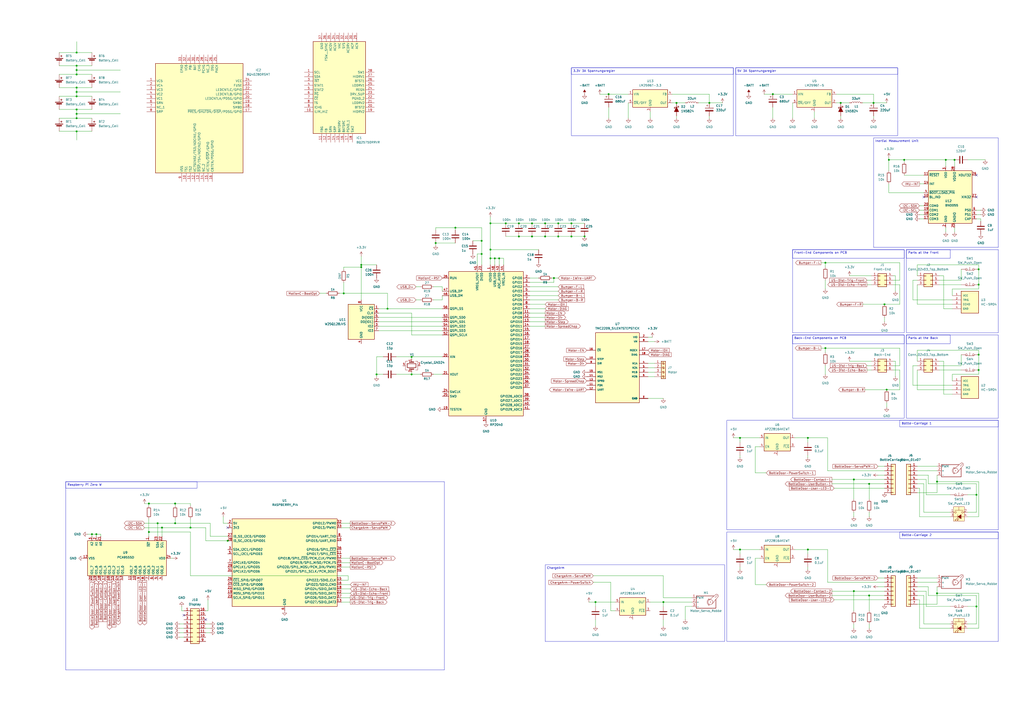
<source format=kicad_sch>
(kicad_sch
	(version 20231120)
	(generator "eeschema")
	(generator_version "8.0")
	(uuid "10e9ed1f-81fe-4a04-a219-cef72219a4ee")
	(paper "A2")
	
	(junction
		(at 429.26 318.77)
		(diameter 0)
		(color 0 0 0 0)
		(uuid "03268f60-248c-430f-9a48-def6cb6c976e")
	)
	(junction
		(at 321.31 161.29)
		(diameter 0)
		(color 0 0 0 0)
		(uuid "04234bed-4ba9-40ef-ac16-7d8ec800186b")
	)
	(junction
		(at 353.06 54.61)
		(diameter 0)
		(color 0 0 0 0)
		(uuid "06870aa4-4c9b-477d-9f05-4ca4de8f6a4d")
	)
	(junction
		(at 44.45 50.8)
		(diameter 0)
		(color 0 0 0 0)
		(uuid "083aae67-81c3-4ec2-bf4a-336ec22f72e9")
	)
	(junction
		(at 567.69 156.21)
		(diameter 0)
		(color 0 0 0 0)
		(uuid "0a9bdb1e-9b3a-41f4-835f-eeec191ae320")
	)
	(junction
		(at 514.35 226.06)
		(diameter 0)
		(color 0 0 0 0)
		(uuid "1164d9f6-d69f-4765-bfe4-5ec41bb5ffc7")
	)
	(junction
		(at 209.55 153.67)
		(diameter 0)
		(color 0 0 0 0)
		(uuid "21be0d6d-08dd-4c6b-8dde-b3409b7daccd")
	)
	(junction
		(at 264.16 132.08)
		(diameter 0)
		(color 0 0 0 0)
		(uuid "22a4d2dd-f848-4193-8541-955420f6e17d")
	)
	(junction
		(at 44.45 68.58)
		(diameter 0)
		(color 0 0 0 0)
		(uuid "2421b6f1-9351-4b09-9d81-3293799c07ca")
	)
	(junction
		(at 543.56 279.4)
		(diameter 0)
		(color 0 0 0 0)
		(uuid "25fc08dd-dbcb-4986-8d99-a9d615e74609")
	)
	(junction
		(at 44.45 30.48)
		(diameter 0)
		(color 0 0 0 0)
		(uuid "265fbd34-c236-4afc-b472-ab5f7b1865f2")
	)
	(junction
		(at 86.36 308.61)
		(diameter 0)
		(color 0 0 0 0)
		(uuid "277e0764-7927-4216-849d-6bc3b8e09a44")
	)
	(junction
		(at 316.23 137.16)
		(diameter 0)
		(color 0 0 0 0)
		(uuid "29426718-41a1-4fab-a69c-de55200420f5")
	)
	(junction
		(at 44.45 43.18)
		(diameter 0)
		(color 0 0 0 0)
		(uuid "29b5096b-a417-4d8d-8959-38c8fd1009d5")
	)
	(junction
		(at 252.73 140.97)
		(diameter 0)
		(color 0 0 0 0)
		(uuid "2d0abeda-aac0-4388-a19d-3bc6f581aa05")
	)
	(junction
		(at 44.45 76.2)
		(diameter 0)
		(color 0 0 0 0)
		(uuid "2d1447b9-e1f8-416e-9e68-2f3a93be7887")
	)
	(junction
		(at 289.56 149.86)
		(diameter 0)
		(color 0 0 0 0)
		(uuid "2e7fad9a-09d7-4161-afc3-42855f89e07f")
	)
	(junction
		(at 323.85 137.16)
		(diameter 0)
		(color 0 0 0 0)
		(uuid "2fdf82e2-3891-4bd7-be3f-e7514a4bef5c")
	)
	(junction
		(at 300.99 137.16)
		(diameter 0)
		(color 0 0 0 0)
		(uuid "39a70374-4daf-4db7-bf38-bf4c46ca5dc6")
	)
	(junction
		(at 300.99 129.54)
		(diameter 0)
		(color 0 0 0 0)
		(uuid "3c018187-1d9c-4d03-8c02-29d04cab6f36")
	)
	(junction
		(at 110.49 306.07)
		(diameter 0)
		(color 0 0 0 0)
		(uuid "3ee83e4e-3370-4ed8-bcc6-114de62898d7")
	)
	(junction
		(at 323.85 129.54)
		(diameter 0)
		(color 0 0 0 0)
		(uuid "451af065-1b1a-4969-88c6-18b12c3eaf4b")
	)
	(junction
		(at 513.08 176.53)
		(diameter 0)
		(color 0 0 0 0)
		(uuid "46e71d5b-0486-4156-82c5-6cd1b8ff00c5")
	)
	(junction
		(at 293.37 129.54)
		(diameter 0)
		(color 0 0 0 0)
		(uuid "470f61d3-5f15-44b3-9be8-d7ad98c6cb59")
	)
	(junction
		(at 199.39 170.18)
		(diameter 0)
		(color 0 0 0 0)
		(uuid "4f324c9b-e82a-4655-af45-70ad70b76b07")
	)
	(junction
		(at 101.6 292.1)
		(diameter 0)
		(color 0 0 0 0)
		(uuid "4fafc432-26d7-4c70-844e-cbe5d393e13c")
	)
	(junction
		(at 506.73 59.69)
		(diameter 0)
		(color 0 0 0 0)
		(uuid "55e24700-a976-46b6-9a5e-322947c19269")
	)
	(junction
		(at 504.19 345.44)
		(diameter 0)
		(color 0 0 0 0)
		(uuid "57161dd7-66d7-4a82-9a79-eaa5c269842f")
	)
	(junction
		(at 567.69 214.63)
		(diameter 0)
		(color 0 0 0 0)
		(uuid "594cf67e-7a44-4414-8f11-a3da63be89bc")
	)
	(junction
		(at 548.64 92.71)
		(diameter 0)
		(color 0 0 0 0)
		(uuid "5eef07a4-476c-4d20-ab85-4e2f6966be7d")
	)
	(junction
		(at 224.79 179.07)
		(diameter 0)
		(color 0 0 0 0)
		(uuid "61fd68eb-8bbb-4d83-9798-6e54ba31de17")
	)
	(junction
		(at 567.69 205.74)
		(diameter 0)
		(color 0 0 0 0)
		(uuid "6a3dc16e-cbd1-4799-aa60-2efd10351d35")
	)
	(junction
		(at 284.48 149.86)
		(diameter 0)
		(color 0 0 0 0)
		(uuid "6d65149c-99e1-48b1-afd4-3fc0a4e61402")
	)
	(junction
		(at 44.45 66.04)
		(diameter 0)
		(color 0 0 0 0)
		(uuid "6f780dc5-431b-4107-8aa6-7a7b80f485db")
	)
	(junction
		(at 101.6 303.53)
		(diameter 0)
		(color 0 0 0 0)
		(uuid "7008afad-ebe6-4b0c-994b-1ffb34cb38c0")
	)
	(junction
		(at 495.3 278.13)
		(diameter 0)
		(color 0 0 0 0)
		(uuid "75888cbd-2c9c-44cc-a124-d721d5a43a54")
	)
	(junction
		(at 238.76 217.17)
		(diameter 0)
		(color 0 0 0 0)
		(uuid "75b73604-a04b-4e5e-8f2b-d7112a354c76")
	)
	(junction
		(at 44.45 40.64)
		(diameter 0)
		(color 0 0 0 0)
		(uuid "7b5e014f-6d02-49ab-956c-429ce09c3d2b")
	)
	(junction
		(at 566.42 351.79)
		(diameter 0)
		(color 0 0 0 0)
		(uuid "7cb410a2-cd21-4a99-a0fc-9cfba2c05cfa")
	)
	(junction
		(at 331.47 129.54)
		(diameter 0)
		(color 0 0 0 0)
		(uuid "7dc31fcc-7a3f-43f9-9177-cd22c32ac711")
	)
	(junction
		(at 543.56 344.17)
		(diameter 0)
		(color 0 0 0 0)
		(uuid "80f79bba-cc7f-4b8e-9517-8f247a51f6a4")
	)
	(junction
		(at 284.48 144.78)
		(diameter 0)
		(color 0 0 0 0)
		(uuid "84d0a7d8-7dd4-4f12-bcc9-40014992f2ac")
	)
	(junction
		(at 504.19 280.67)
		(diameter 0)
		(color 0 0 0 0)
		(uuid "8521d5a2-40ba-4a5d-a5c4-2e6ef9471c28")
	)
	(junction
		(at 44.45 53.34)
		(diameter 0)
		(color 0 0 0 0)
		(uuid "87f4a9f5-047d-4055-84ef-ce082379ddb6")
	)
	(junction
		(at 478.79 201.93)
		(diameter 0)
		(color 0 0 0 0)
		(uuid "88a18d9a-46e4-498d-9d39-2906a2038335")
	)
	(junction
		(at 284.48 129.54)
		(diameter 0)
		(color 0 0 0 0)
		(uuid "8c8781ed-ac6a-4428-9845-847cdc5f6708")
	)
	(junction
		(at 308.61 137.16)
		(diameter 0)
		(color 0 0 0 0)
		(uuid "90d555f8-82ed-4e5b-9fde-9f2563ca9a84")
	)
	(junction
		(at 345.44 349.25)
		(diameter 0)
		(color 0 0 0 0)
		(uuid "9339e47f-85f5-408a-b36c-b27fd8430462")
	)
	(junction
		(at 339.09 137.16)
		(diameter 0)
		(color 0 0 0 0)
		(uuid "9471eeb1-2a59-42c9-9805-be6e33dda6f7")
	)
	(junction
		(at 495.3 342.9)
		(diameter 0)
		(color 0 0 0 0)
		(uuid "95c38d03-b4bc-4d18-b7ec-e184e5f2b0d1")
	)
	(junction
		(at 515.62 92.71)
		(diameter 0)
		(color 0 0 0 0)
		(uuid "99315baa-d1fc-4dc4-bcfc-637bd899f1ef")
	)
	(junction
		(at 487.68 59.69)
		(diameter 0)
		(color 0 0 0 0)
		(uuid "99af6a2b-938f-4a05-a868-2edc7d4b2aed")
	)
	(junction
		(at 93.98 306.07)
		(diameter 0)
		(color 0 0 0 0)
		(uuid "9a382fe7-2567-41bd-b706-8a429acfe147")
	)
	(junction
		(at 331.47 137.16)
		(diameter 0)
		(color 0 0 0 0)
		(uuid "9c8a7697-ebc2-4d23-9b1c-948f5bccfdc2")
	)
	(junction
		(at 44.45 55.88)
		(diameter 0)
		(color 0 0 0 0)
		(uuid "a042a7b2-81e2-4dbc-9fc4-79a7c6613bb5")
	)
	(junction
		(at 279.4 147.32)
		(diameter 0)
		(color 0 0 0 0)
		(uuid "a0da04da-7b55-4416-b220-aaaa0dffdfe3")
	)
	(junction
		(at 218.44 217.17)
		(diameter 0)
		(color 0 0 0 0)
		(uuid "a3540f26-1336-4e81-a8eb-434080559b46")
	)
	(junction
		(at 132.08 313.69)
		(diameter 0)
		(color 0 0 0 0)
		(uuid "a8b3ec47-a9a9-4ba1-b749-6c31898f83b9")
	)
	(junction
		(at 287.02 149.86)
		(diameter 0)
		(color 0 0 0 0)
		(uuid "a9ae8d97-5143-4d48-8437-3701e9202cc1")
	)
	(junction
		(at 566.42 287.02)
		(diameter 0)
		(color 0 0 0 0)
		(uuid "b783d9c8-d090-495a-83a1-e580f2c25178")
	)
	(junction
		(at 468.63 318.77)
		(diameter 0)
		(color 0 0 0 0)
		(uuid "bbc22500-7889-4288-be0d-cfd80288ac5c")
	)
	(junction
		(at 384.81 349.25)
		(diameter 0)
		(color 0 0 0 0)
		(uuid "bc4e959e-e2ad-4122-b784-10f1fe12ed65")
	)
	(junction
		(at 86.36 292.1)
		(diameter 0)
		(color 0 0 0 0)
		(uuid "c5a02223-bddc-4462-98b4-b63f3acdf809")
	)
	(junction
		(at 392.43 59.69)
		(diameter 0)
		(color 0 0 0 0)
		(uuid "c799042d-ae88-43cc-a271-0df941a8f484")
	)
	(junction
		(at 553.72 92.71)
		(diameter 0)
		(color 0 0 0 0)
		(uuid "c85e723b-7570-4cf5-84ad-b61532129048")
	)
	(junction
		(at 91.44 303.53)
		(diameter 0)
		(color 0 0 0 0)
		(uuid "c9829d1e-e068-4d7b-979c-0567ec83b092")
	)
	(junction
		(at 238.76 207.01)
		(diameter 0)
		(color 0 0 0 0)
		(uuid "cde65cd6-c066-46d8-a2f4-f11966f8d9bc")
	)
	(junction
		(at 209.55 154.94)
		(diameter 0)
		(color 0 0 0 0)
		(uuid "cf515f11-e932-4ebb-a615-a2f4c79f2c55")
	)
	(junction
		(at 44.45 38.1)
		(diameter 0)
		(color 0 0 0 0)
		(uuid "d460fc4e-116b-461c-9aad-963e945b1fdb")
	)
	(junction
		(at 53.34 309.88)
		(diameter 0)
		(color 0 0 0 0)
		(uuid "d7cc7e0e-4b77-4814-a0d4-6785824da040")
	)
	(junction
		(at 478.79 152.4)
		(diameter 0)
		(color 0 0 0 0)
		(uuid "dc30a080-afb7-48a1-9348-3fa78b8193e0")
	)
	(junction
		(at 316.23 129.54)
		(diameter 0)
		(color 0 0 0 0)
		(uuid "e1775e11-9fe6-4463-8146-18d8ced08735")
	)
	(junction
		(at 279.4 139.7)
		(diameter 0)
		(color 0 0 0 0)
		(uuid "e18add9c-c3d0-41a9-8ecf-c6c33a8a8953")
	)
	(junction
		(at 429.26 254)
		(diameter 0)
		(color 0 0 0 0)
		(uuid "e643f0fc-a1a1-4012-a5b0-69948705cd8f")
	)
	(junction
		(at 308.61 129.54)
		(diameter 0)
		(color 0 0 0 0)
		(uuid "ebd25529-48dc-4d3c-995a-0a53a2b21d6f")
	)
	(junction
		(at 468.63 254)
		(diameter 0)
		(color 0 0 0 0)
		(uuid "efd94e32-e0ba-4970-b1bf-8fd3aa6a1536")
	)
	(junction
		(at 524.51 92.71)
		(diameter 0)
		(color 0 0 0 0)
		(uuid "f1ea72bd-ddab-4c9c-bc3e-94b9ac135f23")
	)
	(junction
		(at 55.88 309.88)
		(diameter 0)
		(color 0 0 0 0)
		(uuid "f2ce2bf7-3045-45bb-b7fc-f2ad386e880f")
	)
	(junction
		(at 567.69 165.1)
		(diameter 0)
		(color 0 0 0 0)
		(uuid "f809335f-7b79-4149-8b15-3c5482826fa5")
	)
	(junction
		(at 448.31 54.61)
		(diameter 0)
		(color 0 0 0 0)
		(uuid "f91e5096-4f67-48ae-a66f-f4215968b35a")
	)
	(junction
		(at 44.45 63.5)
		(diameter 0)
		(color 0 0 0 0)
		(uuid "fe282bc1-f285-4dcb-aaf1-eb1ddb5ceb2f")
	)
	(junction
		(at 411.48 59.69)
		(diameter 0)
		(color 0 0 0 0)
		(uuid "fedb9ee5-9f24-4d12-a2db-5fd24ffa6199")
	)
	(no_connect
		(at 535.94 114.3)
		(uuid "0dbbdef1-cd64-4ae0-a69d-69f0c468be48")
	)
	(no_connect
		(at 566.42 101.6)
		(uuid "384be073-ba93-4b1b-904d-552e784c8b00")
	)
	(no_connect
		(at 132.08 306.07)
		(uuid "47a92e0d-52a0-4f2c-8d09-ee9bd39c40b1")
	)
	(no_connect
		(at 119.38 359.41)
		(uuid "4b40c3af-bf17-4bab-9bb5-2510a50a4ec9")
	)
	(no_connect
		(at 106.68 356.87)
		(uuid "7bd2e65b-56d9-420c-a018-2a5d5a02554e")
	)
	(no_connect
		(at 566.42 114.3)
		(uuid "dbf644f0-5284-44a5-8de9-ca76d961beec")
	)
	(wire
		(pts
			(xy 238.76 217.17) (xy 238.76 215.9)
		)
		(stroke
			(width 0)
			(type default)
		)
		(uuid "001dffd7-7641-4fd9-a9d3-c65c327bb6e0")
	)
	(wire
		(pts
			(xy 567.69 203.2) (xy 532.13 203.2)
		)
		(stroke
			(width 0)
			(type default)
		)
		(uuid "010455f5-cb6a-4251-87f5-60e736b25ecb")
	)
	(wire
		(pts
			(xy 83.82 303.53) (xy 91.44 303.53)
		)
		(stroke
			(width 0)
			(type default)
		)
		(uuid "020e7bd2-975d-483f-8535-d66b8332c03a")
	)
	(wire
		(pts
			(xy 203.2 306.07) (xy 198.12 306.07)
		)
		(stroke
			(width 0)
			(type default)
		)
		(uuid "021dd310-9842-412f-b9a6-439ebfee9b07")
	)
	(wire
		(pts
			(xy 521.97 214.63) (xy 518.16 214.63)
		)
		(stroke
			(width 0)
			(type default)
		)
		(uuid "02694717-9285-40e8-852d-4a4b6d6acde5")
	)
	(wire
		(pts
			(xy 500.38 176.53) (xy 513.08 176.53)
		)
		(stroke
			(width 0)
			(type default)
		)
		(uuid "026df141-edee-4563-b366-9389b7745b89")
	)
	(wire
		(pts
			(xy 379.73 213.36) (xy 375.92 213.36)
		)
		(stroke
			(width 0)
			(type default)
		)
		(uuid "02b7188a-3b50-4bb1-b815-4dd64aeb1ff5")
	)
	(wire
		(pts
			(xy 504.19 354.33) (xy 504.19 345.44)
		)
		(stroke
			(width 0)
			(type default)
		)
		(uuid "02db2914-8822-456d-9c6f-fd12122a370b")
	)
	(wire
		(pts
			(xy 264.16 132.08) (xy 279.4 132.08)
		)
		(stroke
			(width 0)
			(type default)
		)
		(uuid "030cf6e0-7220-478f-8ce6-506488ec880c")
	)
	(wire
		(pts
			(xy 478.79 201.93) (xy 521.97 201.93)
		)
		(stroke
			(width 0)
			(type default)
		)
		(uuid "044831d4-03cf-4a62-8912-d2bdba5522ce")
	)
	(wire
		(pts
			(xy 459.74 68.58) (xy 459.74 59.69)
		)
		(stroke
			(width 0)
			(type default)
		)
		(uuid "048bb947-f301-4b5c-ad0f-8ed3c611c4ac")
	)
	(wire
		(pts
			(xy 444.5 339.09) (xy 438.15 339.09)
		)
		(stroke
			(width 0)
			(type default)
		)
		(uuid "06a93dd4-98a6-4286-abe5-50bc9d21607c")
	)
	(wire
		(pts
			(xy 44.45 40.64) (xy 69.85 40.64)
		)
		(stroke
			(width 0)
			(type default)
		)
		(uuid "07f65511-514b-40e6-bece-50eb6771ef28")
	)
	(wire
		(pts
			(xy 461.01 254) (xy 468.63 254)
		)
		(stroke
			(width 0)
			(type default)
		)
		(uuid "096359c0-aaa2-4c39-b067-d620e5f29e71")
	)
	(wire
		(pts
			(xy 521.97 212.09) (xy 521.97 201.93)
		)
		(stroke
			(width 0)
			(type default)
		)
		(uuid "09d34397-eb92-416e-b25c-6435a5e714c2")
	)
	(wire
		(pts
			(xy 425.45 318.77) (xy 429.26 318.77)
		)
		(stroke
			(width 0)
			(type default)
		)
		(uuid "0a2741bb-38e7-42f8-87f7-37dc083a517d")
	)
	(wire
		(pts
			(xy 256.54 168.91) (xy 256.54 166.37)
		)
		(stroke
			(width 0)
			(type default)
		)
		(uuid "0a917147-c546-4876-b199-c676c29635da")
	)
	(wire
		(pts
			(xy 34.29 38.1) (xy 44.45 38.1)
		)
		(stroke
			(width 0)
			(type default)
		)
		(uuid "0b012abe-f767-49a7-8fcc-20a3eb6879c1")
	)
	(wire
		(pts
			(xy 203.2 344.17) (xy 198.12 344.17)
		)
		(stroke
			(width 0)
			(type default)
		)
		(uuid "0b670b74-17e1-43dd-84c8-9d896db2cf58")
	)
	(wire
		(pts
			(xy 448.31 54.61) (xy 459.74 54.61)
		)
		(stroke
			(width 0)
			(type default)
		)
		(uuid "0dd628e2-00d3-475a-ab2a-f7ac9b948572")
	)
	(wire
		(pts
			(xy 344.17 334.01) (xy 384.81 334.01)
		)
		(stroke
			(width 0)
			(type default)
		)
		(uuid "0e2e6951-3e60-42a4-9010-cfcce3f450c4")
	)
	(wire
		(pts
			(xy 119.38 306.07) (xy 110.49 306.07)
		)
		(stroke
			(width 0)
			(type default)
		)
		(uuid "0e2fbfc3-909a-4840-9d89-6afc89135d3c")
	)
	(wire
		(pts
			(xy 199.39 163.83) (xy 199.39 170.18)
		)
		(stroke
			(width 0)
			(type default)
		)
		(uuid "0e84f5c2-5f4d-4bf8-ac84-6c28d4b75e80")
	)
	(wire
		(pts
			(xy 203.2 339.09) (xy 198.12 339.09)
		)
		(stroke
			(width 0)
			(type default)
		)
		(uuid "0ee9c5eb-07fd-45e3-963b-484720518883")
	)
	(wire
		(pts
			(xy 224.79 179.07) (xy 224.79 170.18)
		)
		(stroke
			(width 0)
			(type default)
		)
		(uuid "1278374b-5fac-434d-a243-955f67300eab")
	)
	(wire
		(pts
			(xy 316.23 137.16) (xy 323.85 137.16)
		)
		(stroke
			(width 0)
			(type default)
		)
		(uuid "12a3e1dd-e2b9-4d22-b071-81a300699359")
	)
	(wire
		(pts
			(xy 532.13 226.06) (xy 532.13 214.63)
		)
		(stroke
			(width 0)
			(type default)
		)
		(uuid "136c564c-6bf3-4b87-bec2-71382b8d55a8")
	)
	(wire
		(pts
			(xy 110.49 292.1) (xy 101.6 292.1)
		)
		(stroke
			(width 0)
			(type default)
		)
		(uuid "13de33af-e8cb-4e17-a1ac-71c416ff67da")
	)
	(wire
		(pts
			(xy 495.3 297.18) (xy 495.3 299.72)
		)
		(stroke
			(width 0)
			(type default)
		)
		(uuid "143962ce-3b7d-48a4-aee9-8425cd2cb9f8")
	)
	(wire
		(pts
			(xy 535.94 361.95) (xy 535.94 345.44)
		)
		(stroke
			(width 0)
			(type default)
		)
		(uuid "144f0f2c-aea5-4be1-8f5e-460e47de3a21")
	)
	(wire
		(pts
			(xy 487.68 59.69) (xy 492.76 59.69)
		)
		(stroke
			(width 0)
			(type default)
		)
		(uuid "1735015e-f7e7-44da-b3c6-2d9b033abd3c")
	)
	(wire
		(pts
			(xy 389.89 54.61) (xy 411.48 54.61)
		)
		(stroke
			(width 0)
			(type default)
		)
		(uuid "17658310-9343-49c8-82d9-e8973a75c3eb")
	)
	(wire
		(pts
			(xy 34.29 76.2) (xy 44.45 76.2)
		)
		(stroke
			(width 0)
			(type default)
		)
		(uuid "176a1f4f-2a49-4fc2-927a-b452fec68ed3")
	)
	(wire
		(pts
			(xy 308.61 129.54) (xy 316.23 129.54)
		)
		(stroke
			(width 0)
			(type default)
		)
		(uuid "18a6f06a-ffd5-4fcd-95c8-b39de83935dc")
	)
	(wire
		(pts
			(xy 300.99 129.54) (xy 308.61 129.54)
		)
		(stroke
			(width 0)
			(type default)
		)
		(uuid "18b0e9ff-f2f7-41f3-b66a-e835cbe3d0de")
	)
	(wire
		(pts
			(xy 284.48 144.78) (xy 312.42 144.78)
		)
		(stroke
			(width 0)
			(type default)
		)
		(uuid "18f8cbb2-3c78-4973-af0b-9d6fd21ddf95")
	)
	(wire
		(pts
			(xy 535.94 297.18) (xy 535.94 280.67)
		)
		(stroke
			(width 0)
			(type default)
		)
		(uuid "197965a3-8932-4b7b-be74-d0603e72858b")
	)
	(wire
		(pts
			(xy 307.34 163.83) (xy 321.31 163.83)
		)
		(stroke
			(width 0)
			(type default)
		)
		(uuid "1b034ed9-c621-407e-b3f3-9868c73fcc82")
	)
	(wire
		(pts
			(xy 50.8 309.88) (xy 53.34 309.88)
		)
		(stroke
			(width 0)
			(type default)
		)
		(uuid "1ba89f39-dcf0-4108-94b6-9a8c06c8caea")
	)
	(wire
		(pts
			(xy 495.3 278.13) (xy 513.08 278.13)
		)
		(stroke
			(width 0)
			(type default)
		)
		(uuid "1bb0dd37-b212-4926-a54c-e6f9708d92b0")
	)
	(wire
		(pts
			(xy 316.23 181.61) (xy 307.34 181.61)
		)
		(stroke
			(width 0)
			(type default)
		)
		(uuid "1bf274a5-5ce3-4796-8f63-d17b5156df58")
	)
	(wire
		(pts
			(xy 292.1 149.86) (xy 289.56 149.86)
		)
		(stroke
			(width 0)
			(type default)
		)
		(uuid "1c18c401-f88a-4854-9232-572c3c84e9d6")
	)
	(wire
		(pts
			(xy 543.56 344.17) (xy 567.69 344.17)
		)
		(stroke
			(width 0)
			(type default)
		)
		(uuid "1c43f6e0-cf4a-4d01-991f-ec3fd4ccb8b1")
	)
	(wire
		(pts
			(xy 518.16 160.02) (xy 519.43 160.02)
		)
		(stroke
			(width 0)
			(type default)
		)
		(uuid "1c50cd6c-1f17-4d35-bc75-c1481253d7e3")
	)
	(wire
		(pts
			(xy 209.55 153.67) (xy 209.55 154.94)
		)
		(stroke
			(width 0)
			(type default)
		)
		(uuid "1e0a9a92-686b-476e-ac82-c07e86419009")
	)
	(wire
		(pts
			(xy 353.06 54.61) (xy 364.49 54.61)
		)
		(stroke
			(width 0)
			(type default)
		)
		(uuid "1f7ed963-d1c1-4648-9b3d-3f936b2fc1d3")
	)
	(wire
		(pts
			(xy 567.69 156.21) (xy 567.69 153.67)
		)
		(stroke
			(width 0)
			(type default)
		)
		(uuid "1fa2170f-47e5-4164-8d9f-c11a5fbf75a2")
	)
	(wire
		(pts
			(xy 504.19 289.56) (xy 504.19 280.67)
		)
		(stroke
			(width 0)
			(type default)
		)
		(uuid "1fcc9314-9f8b-499c-a63b-9f89b0ade20c")
	)
	(wire
		(pts
			(xy 444.5 274.32) (xy 438.15 274.32)
		)
		(stroke
			(width 0)
			(type default)
		)
		(uuid "214ee9b8-88e4-4f30-b940-8b91cca75b05")
	)
	(wire
		(pts
			(xy 316.23 179.07) (xy 307.34 179.07)
		)
		(stroke
			(width 0)
			(type default)
		)
		(uuid "217c065c-707c-4ce9-b5d5-1999381a21b8")
	)
	(wire
		(pts
			(xy 429.26 256.54) (xy 429.26 254)
		)
		(stroke
			(width 0)
			(type default)
		)
		(uuid "223ad173-34bb-4ba1-ae25-b277bc7c906c")
	)
	(wire
		(pts
			(xy 504.19 297.18) (xy 504.19 299.72)
		)
		(stroke
			(width 0)
			(type default)
		)
		(uuid "22b5ceec-6e1a-4e82-9c89-da4f0a967e0d")
	)
	(wire
		(pts
			(xy 567.69 167.64) (xy 552.45 167.64)
		)
		(stroke
			(width 0)
			(type default)
		)
		(uuid "22b798e9-192a-4e89-8da3-effd8be4505a")
	)
	(wire
		(pts
			(xy 482.6 342.9) (xy 495.3 342.9)
		)
		(stroke
			(width 0)
			(type default)
		)
		(uuid "24690d85-73ab-4c27-a87e-c9438923c9bd")
	)
	(wire
		(pts
			(xy 341.63 349.25) (xy 345.44 349.25)
		)
		(stroke
			(width 0)
			(type default)
		)
		(uuid "25605ba8-abf3-439f-95a6-0c9b5fc30c90")
	)
	(wire
		(pts
			(xy 552.45 217.17) (xy 552.45 220.98)
		)
		(stroke
			(width 0)
			(type default)
		)
		(uuid "27c4cc6e-e946-4f6d-86a2-2294923844f2")
	)
	(wire
		(pts
			(xy 509.27 275.59) (xy 513.08 275.59)
		)
		(stroke
			(width 0)
			(type default)
		)
		(uuid "27c8f88a-be47-47f7-bf40-aaed043bfcc9")
	)
	(wire
		(pts
			(xy 495.3 342.9) (xy 513.08 342.9)
		)
		(stroke
			(width 0)
			(type default)
		)
		(uuid "28239306-2caf-4e2d-9d16-22ab2b6e1464")
	)
	(wire
		(pts
			(xy 375.92 195.58) (xy 378.46 195.58)
		)
		(stroke
			(width 0)
			(type default)
		)
		(uuid "2862c691-9e91-4d14-8acd-5c575cbe7902")
	)
	(wire
		(pts
			(xy 548.64 96.52) (xy 548.64 92.71)
		)
		(stroke
			(width 0)
			(type default)
		)
		(uuid "28892f80-eca9-4714-b90e-4fdf1cb13f24")
	)
	(wire
		(pts
			(xy 44.45 55.88) (xy 53.34 55.88)
		)
		(stroke
			(width 0)
			(type default)
		)
		(uuid "28f845d5-6a5f-4bc5-a374-437c534ad0cd")
	)
	(wire
		(pts
			(xy 548.64 134.62) (xy 548.64 132.08)
		)
		(stroke
			(width 0)
			(type default)
		)
		(uuid "2a157276-6e4b-4c32-b55d-5a96958eb8d5")
	)
	(wire
		(pts
			(xy 321.31 161.29) (xy 321.31 163.83)
		)
		(stroke
			(width 0)
			(type default)
		)
		(uuid "2b3b92de-a533-41f5-9ba2-e8a910f61cb8")
	)
	(wire
		(pts
			(xy 547.37 160.02) (xy 547.37 179.07)
		)
		(stroke
			(width 0)
			(type default)
		)
		(uuid "2b9be4f4-3bbc-43d8-8513-fcc099f0a86d")
	)
	(wire
		(pts
			(xy 284.48 129.54) (xy 284.48 144.78)
		)
		(stroke
			(width 0)
			(type default)
		)
		(uuid "2bc1a12d-8515-4420-b170-91482b64a510")
	)
	(wire
		(pts
			(xy 229.87 217.17) (xy 238.76 217.17)
		)
		(stroke
			(width 0)
			(type default)
		)
		(uuid "2bd8ac11-9b06-43d4-9b17-fa0e2b4c2dc2")
	)
	(wire
		(pts
			(xy 443.23 54.61) (xy 448.31 54.61)
		)
		(stroke
			(width 0)
			(type default)
		)
		(uuid "2be2d2fc-f5e2-4b46-bb0c-8c65cc86984b")
	)
	(wire
		(pts
			(xy 34.29 50.8) (xy 44.45 50.8)
		)
		(stroke
			(width 0)
			(type default)
		)
		(uuid "2c22f143-453f-4db5-a9d8-f4e86a1c4a55")
	)
	(wire
		(pts
			(xy 566.42 280.67) (xy 566.42 287.02)
		)
		(stroke
			(width 0)
			(type default)
		)
		(uuid "2c64bb28-e8ce-4335-80ef-938ad232db8e")
	)
	(wire
		(pts
			(xy 478.79 152.4) (xy 521.97 152.4)
		)
		(stroke
			(width 0)
			(type default)
		)
		(uuid "2ca47985-679e-4ec3-b7ce-d6582ac583c9")
	)
	(wire
		(pts
			(xy 448.31 68.58) (xy 448.31 62.23)
		)
		(stroke
			(width 0)
			(type default)
		)
		(uuid "2cf67072-6d2c-40ae-8bcc-143558b4d795")
	)
	(wire
		(pts
			(xy 567.69 205.74) (xy 567.69 203.2)
		)
		(stroke
			(width 0)
			(type default)
		)
		(uuid "2dc45b97-2534-454a-99f1-af91b7dee7fa")
	)
	(wire
		(pts
			(xy 252.73 140.97) (xy 252.73 142.24)
		)
		(stroke
			(width 0)
			(type default)
		)
		(uuid "2e121bdc-6d90-42d4-8195-c0ce530ff885")
	)
	(wire
		(pts
			(xy 238.76 207.01) (xy 238.76 208.28)
		)
		(stroke
			(width 0)
			(type default)
		)
		(uuid "2e63c512-4bd6-4c66-bffe-963f29f9c96c")
	)
	(wire
		(pts
			(xy 284.48 125.73) (xy 284.48 129.54)
		)
		(stroke
			(width 0)
			(type default)
		)
		(uuid "30df880d-91cf-4fa7-a3ac-47dfbd980aeb")
	)
	(wire
		(pts
			(xy 405.13 59.69) (xy 411.48 59.69)
		)
		(stroke
			(width 0)
			(type default)
		)
		(uuid "31d2da53-80e9-478b-b066-ecead4267739")
	)
	(wire
		(pts
			(xy 44.45 50.8) (xy 53.34 50.8)
		)
		(stroke
			(width 0)
			(type default)
		)
		(uuid "32eff32f-7345-4fde-8123-ea7588303441")
	)
	(wire
		(pts
			(xy 438.15 274.32) (xy 438.15 259.08)
		)
		(stroke
			(width 0)
			(type default)
		)
		(uuid "3357ce9b-5f9d-4586-ae21-35b11f3c81ba")
	)
	(wire
		(pts
			(xy 323.85 137.16) (xy 331.47 137.16)
		)
		(stroke
			(width 0)
			(type default)
		)
		(uuid "3375f5ae-9782-4dc1-9ecc-f5507a059c55")
	)
	(wire
		(pts
			(xy 323.85 171.45) (xy 307.34 171.45)
		)
		(stroke
			(width 0)
			(type default)
		)
		(uuid "33f64ab6-465f-46fd-9a62-ae0e63019438")
	)
	(wire
		(pts
			(xy 532.13 340.36) (xy 538.48 340.36)
		)
		(stroke
			(width 0)
			(type default)
		)
		(uuid "33fbbee9-7fe8-4531-8c6a-6a36bf38fdef")
	)
	(wire
		(pts
			(xy 438.15 339.09) (xy 438.15 323.85)
		)
		(stroke
			(width 0)
			(type default)
		)
		(uuid "34526339-8aad-413b-8dbc-c11df057187e")
	)
	(wire
		(pts
			(xy 219.71 186.69) (xy 256.54 186.69)
		)
		(stroke
			(width 0)
			(type default)
		)
		(uuid "34567999-eefc-40e4-b72f-3c4ddb96659d")
	)
	(wire
		(pts
			(xy 533.4 364.49) (xy 533.4 347.98)
		)
		(stroke
			(width 0)
			(type default)
		)
		(uuid "3668fdf3-014b-4cd1-b361-581c3c56ab1b")
	)
	(wire
		(pts
			(xy 519.43 160.02) (xy 519.43 168.91)
		)
		(stroke
			(width 0)
			(type default)
		)
		(uuid "3671880f-df25-46ad-a10a-deb15464031f")
	)
	(wire
		(pts
			(xy 292.1 153.67) (xy 292.1 149.86)
		)
		(stroke
			(width 0)
			(type default)
		)
		(uuid "36806527-26fe-4826-afa9-2b3ec5fae657")
	)
	(wire
		(pts
			(xy 121.92 361.95) (xy 119.38 361.95)
		)
		(stroke
			(width 0)
			(type default)
		)
		(uuid "36b89680-09d5-4976-a211-e4c0208a066b")
	)
	(wire
		(pts
			(xy 538.48 280.67) (xy 566.42 280.67)
		)
		(stroke
			(width 0)
			(type default)
		)
		(uuid "36c3741f-c03f-4126-aa5c-a84216bf89e5")
	)
	(wire
		(pts
			(xy 375.92 231.14) (xy 384.81 231.14)
		)
		(stroke
			(width 0)
			(type default)
		)
		(uuid "378cc6b1-c5fd-419c-b518-aa4f7f26b91a")
	)
	(wire
		(pts
			(xy 537.21 342.9) (xy 532.13 342.9)
		)
		(stroke
			(width 0)
			(type default)
		)
		(uuid "37bc24c8-d958-489e-8f76-17dc094b9606")
	)
	(wire
		(pts
			(xy 44.45 38.1) (xy 53.34 38.1)
		)
		(stroke
			(width 0)
			(type default)
		)
		(uuid "37cb81cd-36cd-4108-8bd2-a74ed56dd1fc")
	)
	(wire
		(pts
			(xy 377.19 349.25) (xy 384.81 349.25)
		)
		(stroke
			(width 0)
			(type default)
		)
		(uuid "3864d824-b76f-46d5-8c15-73cccf292bd9")
	)
	(wire
		(pts
			(xy 105.41 354.33) (xy 106.68 354.33)
		)
		(stroke
			(width 0)
			(type default)
		)
		(uuid "38c4a5cc-0287-4e33-b123-5c495666bdac")
	)
	(wire
		(pts
			(xy 557.53 162.56) (xy 557.53 156.21)
		)
		(stroke
			(width 0)
			(type default)
		)
		(uuid "3ab4ff69-431e-469d-af01-7a6656607c3f")
	)
	(wire
		(pts
			(xy 567.69 299.72) (xy 561.34 299.72)
		)
		(stroke
			(width 0)
			(type default)
		)
		(uuid "3cbe955f-a89e-4462-9bb2-f120d2b8fa29")
	)
	(wire
		(pts
			(xy 480.06 273.05) (xy 513.08 273.05)
		)
		(stroke
			(width 0)
			(type default)
		)
		(uuid "3d4871a9-82ca-4ed6-88da-4ac1d544e818")
	)
	(wire
		(pts
			(xy 34.29 68.58) (xy 44.45 68.58)
		)
		(stroke
			(width 0)
			(type default)
		)
		(uuid "3d49c676-379d-43ff-82f6-4fb79e45436c")
	)
	(wire
		(pts
			(xy 552.45 223.52) (xy 529.59 223.52)
		)
		(stroke
			(width 0)
			(type default)
		)
		(uuid "3e509ce1-f3f7-4826-86be-647eefb9c049")
	)
	(wire
		(pts
			(xy 524.51 93.98) (xy 524.51 92.71)
		)
		(stroke
			(width 0)
			(type default)
		)
		(uuid "3e57b62f-ba51-4c5d-9792-95c8c33cb311")
	)
	(wire
		(pts
			(xy 256.54 194.31) (xy 238.76 194.31)
		)
		(stroke
			(width 0)
			(type default)
		)
		(uuid "3eb11f56-5a70-4bde-bdbb-af09808b8564")
	)
	(wire
		(pts
			(xy 521.97 214.63) (xy 521.97 226.06)
		)
		(stroke
			(width 0)
			(type default)
		)
		(uuid "3f1dfb08-b3f7-4942-a9ae-cc79bd65d8e5")
	)
	(wire
		(pts
			(xy 532.13 337.82) (xy 543.56 337.82)
		)
		(stroke
			(width 0)
			(type default)
		)
		(uuid "401ced49-7730-43f8-89d0-ae017d74f5e9")
	)
	(wire
		(pts
			(xy 219.71 181.61) (xy 238.76 181.61)
		)
		(stroke
			(width 0)
			(type default)
		)
		(uuid "409f0f17-8c64-4005-91ed-924c295c93c5")
	)
	(wire
		(pts
			(xy 203.2 346.71) (xy 198.12 346.71)
		)
		(stroke
			(width 0)
			(type default)
		)
		(uuid "40bd11fe-1c9a-4db3-a71a-1a9f501410cc")
	)
	(wire
		(pts
			(xy 552.45 173.99) (xy 529.59 173.99)
		)
		(stroke
			(width 0)
			(type default)
		)
		(uuid "41fe2f73-aa45-4b09-bd41-5d09e78f2ccc")
	)
	(wire
		(pts
			(xy 379.73 218.44) (xy 375.92 218.44)
		)
		(stroke
			(width 0)
			(type default)
		)
		(uuid "4274e86c-8447-4f88-bd5d-deb4b5e95cfe")
	)
	(wire
		(pts
			(xy 219.71 184.15) (xy 256.54 184.15)
		)
		(stroke
			(width 0)
			(type default)
		)
		(uuid "4276aa95-9654-4b3e-b167-9e6a2a0fa28a")
	)
	(wire
		(pts
			(xy 203.2 349.25) (xy 198.12 349.25)
		)
		(stroke
			(width 0)
			(type default)
		)
		(uuid "42b6a3e6-a68d-4192-b6f8-d09ce870772c")
	)
	(wire
		(pts
			(xy 509.27 270.51) (xy 513.08 270.51)
		)
		(stroke
			(width 0)
			(type default)
		)
		(uuid "42b8025b-c137-4699-a256-843035e158e9")
	)
	(wire
		(pts
			(xy 44.45 24.13) (xy 44.45 30.48)
		)
		(stroke
			(width 0)
			(type default)
		)
		(uuid "43d62d7d-a812-41c6-b2f1-a175e1e6056d")
	)
	(wire
		(pts
			(xy 567.69 205.74) (xy 567.69 214.63)
		)
		(stroke
			(width 0)
			(type default)
		)
		(uuid "446ac88c-677c-473c-a46f-9ea069f41b1a")
	)
	(wire
		(pts
			(xy 515.62 99.06) (xy 515.62 92.71)
		)
		(stroke
			(width 0)
			(type default)
		)
		(uuid "44be42fd-ea8f-4d89-a4cf-c9410937e3ea")
	)
	(wire
		(pts
			(xy 289.56 153.67) (xy 289.56 149.86)
		)
		(stroke
			(width 0)
			(type default)
		)
		(uuid "44e9f4de-c9b9-499f-aa98-56c4f14b0379")
	)
	(wire
		(pts
			(xy 101.6 293.37) (xy 101.6 292.1)
		)
		(stroke
			(width 0)
			(type default)
		)
		(uuid "46347bd0-859a-44ed-aec8-e30f4910fe0f")
	)
	(wire
		(pts
			(xy 566.42 287.02) (xy 566.42 297.18)
		)
		(stroke
			(width 0)
			(type default)
		)
		(uuid "466fea66-162a-4f4d-b752-504d3d16fb4f")
	)
	(wire
		(pts
			(xy 429.26 318.77) (xy 440.69 318.77)
		)
		(stroke
			(width 0)
			(type default)
		)
		(uuid "4677495e-f621-43ef-a2b3-6c289b28e8f9")
	)
	(wire
		(pts
			(xy 316.23 186.69) (xy 307.34 186.69)
		)
		(stroke
			(width 0)
			(type default)
		)
		(uuid "47b99a8a-4daf-4150-99a6-7ecbc27967f0")
	)
	(wire
		(pts
			(xy 553.72 134.62) (xy 553.72 132.08)
		)
		(stroke
			(width 0)
			(type default)
		)
		(uuid "4831429c-3469-42c9-92d3-c9a8812d899b")
	)
	(wire
		(pts
			(xy 34.29 63.5) (xy 44.45 63.5)
		)
		(stroke
			(width 0)
			(type default)
		)
		(uuid "49fd9dde-a89f-4d9b-bb89-33fb5c946290")
	)
	(wire
		(pts
			(xy 353.06 68.58) (xy 353.06 62.23)
		)
		(stroke
			(width 0)
			(type default)
		)
		(uuid "4a89d7fd-ce3a-4493-abb5-c1ef7a4882d9")
	)
	(wire
		(pts
			(xy 506.73 68.58) (xy 506.73 67.31)
		)
		(stroke
			(width 0)
			(type default)
		)
		(uuid "4a9f2eb0-841f-4501-b3a7-020f2b865e8c")
	)
	(wire
		(pts
			(xy 229.87 207.01) (xy 238.76 207.01)
		)
		(stroke
			(width 0)
			(type default)
		)
		(uuid "4ad4024b-a07d-4540-aa47-7dc26dbca15f")
	)
	(wire
		(pts
			(xy 514.35 233.68) (xy 514.35 236.22)
		)
		(stroke
			(width 0)
			(type default)
		)
		(uuid "4c445fec-62e6-470b-9641-e201ca9eba5b")
	)
	(wire
		(pts
			(xy 543.56 340.36) (xy 543.56 344.17)
		)
		(stroke
			(width 0)
			(type default)
		)
		(uuid "4c45d7f9-2335-4500-bc4a-05c136a35a5b")
	)
	(wire
		(pts
			(xy 566.42 351.79) (xy 561.34 351.79)
		)
		(stroke
			(width 0)
			(type default)
		)
		(uuid "4d3b21cf-519a-4412-b8ed-71c46dda808c")
	)
	(wire
		(pts
			(xy 529.59 162.56) (xy 532.13 162.56)
		)
		(stroke
			(width 0)
			(type default)
		)
		(uuid "4d4f0a61-88e0-40f1-ae84-083aadfcf95e")
	)
	(wire
		(pts
			(xy 425.45 254) (xy 429.26 254)
		)
		(stroke
			(width 0)
			(type default)
		)
		(uuid "4d6f1d26-9a44-45ac-9eab-181a740ba9ca")
	)
	(wire
		(pts
			(xy 543.56 275.59) (xy 543.56 279.4)
		)
		(stroke
			(width 0)
			(type default)
		)
		(uuid "4d7dce5c-5f5f-4a99-a2dc-b562c9503194")
	)
	(wire
		(pts
			(xy 392.43 68.58) (xy 392.43 67.31)
		)
		(stroke
			(width 0)
			(type default)
		)
		(uuid "4db5ebba-e14d-4253-ae44-2a23c6add2a3")
	)
	(wire
		(pts
			(xy 487.68 68.58) (xy 487.68 67.31)
		)
		(stroke
			(width 0)
			(type default)
		)
		(uuid "4e509314-d6a1-4104-bc8c-b7c09b202bd0")
	)
	(wire
		(pts
			(xy 101.6 300.99) (xy 101.6 303.53)
		)
		(stroke
			(width 0)
			(type default)
		)
		(uuid "4f53d1c8-d731-4e60-aff5-0e0d3f57b53f")
	)
	(wire
		(pts
			(xy 533.4 124.46) (xy 535.94 124.46)
		)
		(stroke
			(width 0)
			(type default)
		)
		(uuid "509970e9-a9a4-4bf4-bca5-5dc051cc2667")
	)
	(wire
		(pts
			(xy 504.19 345.44) (xy 513.08 345.44)
		)
		(stroke
			(width 0)
			(type default)
		)
		(uuid "50ba7f4d-bd59-4d60-8cef-3f42b621e542")
	)
	(wire
		(pts
			(xy 566.42 351.79) (xy 566.42 361.95)
		)
		(stroke
			(width 0)
			(type default)
		)
		(uuid "516fe71e-7624-4227-ac56-2b2fed8321b8")
	)
	(wire
		(pts
			(xy 129.54 299.72) (xy 129.54 303.53)
		)
		(stroke
			(width 0)
			(type default)
		)
		(uuid "51dc6e1f-3bb3-4c71-a8db-418cbdceed2f")
	)
	(wire
		(pts
			(xy 476.25 152.4) (xy 478.79 152.4)
		)
		(stroke
			(width 0)
			(type default)
		)
		(uuid "52d1a4cd-ac17-4388-ac37-ae4246e858bd")
	)
	(wire
		(pts
			(xy 44.45 63.5) (xy 53.34 63.5)
		)
		(stroke
			(width 0)
			(type default)
		)
		(uuid "530bcaee-d19d-4749-9f44-1b8e1bae7340")
	)
	(wire
		(pts
			(xy 345.44 359.41) (xy 345.44 363.22)
		)
		(stroke
			(width 0)
			(type default)
		)
		(uuid "54b5e14f-aca1-49b2-b885-c705707001d5")
	)
	(wire
		(pts
			(xy 567.69 279.4) (xy 567.69 299.72)
		)
		(stroke
			(width 0)
			(type default)
		)
		(uuid "54d66dce-fd02-465f-8632-130b78eb280c")
	)
	(wire
		(pts
			(xy 44.45 43.18) (xy 53.34 43.18)
		)
		(stroke
			(width 0)
			(type default)
		)
		(uuid "5696572c-1ccb-4667-8063-e90a529bd96c")
	)
	(wire
		(pts
			(xy 472.44 68.58) (xy 472.44 64.77)
		)
		(stroke
			(width 0)
			(type default)
		)
		(uuid "56b1c59d-3a8b-4ee1-adda-c5f6e111088f")
	)
	(wire
		(pts
			(xy 543.56 279.4) (xy 567.69 279.4)
		)
		(stroke
			(width 0)
			(type default)
		)
		(uuid "56ce147d-3272-4c36-b4c5-1a9b1c91ec43")
	)
	(wire
		(pts
			(xy 203.2 341.63) (xy 198.12 341.63)
		)
		(stroke
			(width 0)
			(type default)
		)
		(uuid "5704765c-08e8-4a6b-935f-4ed50b924fb5")
	)
	(wire
		(pts
			(xy 55.88 309.88) (xy 58.42 309.88)
		)
		(stroke
			(width 0)
			(type default)
		)
		(uuid "576bbf65-171f-41cf-9513-f7eb95f57713")
	)
	(wire
		(pts
			(xy 533.4 121.92) (xy 535.94 121.92)
		)
		(stroke
			(width 0)
			(type default)
		)
		(uuid "5796bcf4-376f-4b1b-85fe-f977fd09cb09")
	)
	(wire
		(pts
			(xy 323.85 168.91) (xy 307.34 168.91)
		)
		(stroke
			(width 0)
			(type default)
		)
		(uuid "57dcb7bc-aa81-4094-b5f1-1b92c14a4b28")
	)
	(wire
		(pts
			(xy 251.46 217.17) (xy 256.54 217.17)
		)
		(stroke
			(width 0)
			(type default)
		)
		(uuid "58360199-a5ad-4f33-bbde-5740c7488fc6")
	)
	(wire
		(pts
			(xy 44.45 68.58) (xy 53.34 68.58)
		)
		(stroke
			(width 0)
			(type default)
		)
		(uuid "58670db2-23ee-4396-89a3-c2310d5ccd19")
	)
	(wire
		(pts
			(xy 566.42 127) (xy 568.96 127)
		)
		(stroke
			(width 0)
			(type default)
		)
		(uuid "589dcbf5-543c-4164-b8da-a57533e69be1")
	)
	(wire
		(pts
			(xy 284.48 129.54) (xy 293.37 129.54)
		)
		(stroke
			(width 0)
			(type default)
		)
		(uuid "58a05acb-fff7-40aa-bfe6-65f5cf09f603")
	)
	(wire
		(pts
			(xy 44.45 76.2) (xy 53.34 76.2)
		)
		(stroke
			(width 0)
			(type default)
		)
		(uuid "5a851363-e1b4-4a3a-8996-9efd466da31e")
	)
	(wire
		(pts
			(xy 284.48 144.78) (xy 284.48 149.86)
		)
		(stroke
			(width 0)
			(type default)
		)
		(uuid "5b15f1d6-1cf4-45e7-a6b7-0ba0a547a13c")
	)
	(wire
		(pts
			(xy 86.36 308.61) (xy 86.36 311.15)
		)
		(stroke
			(width 0)
			(type default)
		)
		(uuid "5bfcc3b9-364a-4135-914a-1eb4fb63f82a")
	)
	(wire
		(pts
			(xy 100.33 323.85) (xy 99.06 323.85)
		)
		(stroke
			(width 0)
			(type default)
		)
		(uuid "5c4e311c-24eb-4365-ab48-25ba8ea5cda7")
	)
	(wire
		(pts
			(xy 44.45 40.64) (xy 44.45 43.18)
		)
		(stroke
			(width 0)
			(type default)
		)
		(uuid "5c87eda4-964c-472e-b7a1-a59de313426e")
	)
	(wire
		(pts
			(xy 377.19 68.58) (xy 377.19 64.77)
		)
		(stroke
			(width 0)
			(type default)
		)
		(uuid "5d537d0e-7b97-4c6f-98f8-d5cbf1bf2f04")
	)
	(wire
		(pts
			(xy 104.14 361.95) (xy 106.68 361.95)
		)
		(stroke
			(width 0)
			(type default)
		)
		(uuid "5ddd8954-aec9-433b-95b1-6038b3c6b6bb")
	)
	(wire
		(pts
			(xy 544.83 209.55) (xy 547.37 209.55)
		)
		(stroke
			(width 0)
			(type default)
		)
		(uuid "5df8298f-f4fc-4e22-a954-5d9c93384ae8")
	)
	(wire
		(pts
			(xy 293.37 137.16) (xy 300.99 137.16)
		)
		(stroke
			(width 0)
			(type default)
		)
		(uuid "602a9081-e5d1-4843-899b-f8e7e330c043")
	)
	(wire
		(pts
			(xy 438.15 259.08) (xy 440.69 259.08)
		)
		(stroke
			(width 0)
			(type default)
		)
		(uuid "611b7bb0-f2a6-4486-8b0d-54eb863ca8c8")
	)
	(wire
		(pts
			(xy 480.06 318.77) (xy 480.06 337.82)
		)
		(stroke
			(width 0)
			(type default)
		)
		(uuid "6151def8-2a28-47a2-9f38-bb36093efa41")
	)
	(wire
		(pts
			(xy 198.12 328.93) (xy 203.2 328.93)
		)
		(stroke
			(width 0)
			(type default)
		)
		(uuid "6209f7bf-f86a-4a6d-b8be-32b363200bb5")
	)
	(wire
		(pts
			(xy 323.85 166.37) (xy 307.34 166.37)
		)
		(stroke
			(width 0)
			(type default)
		)
		(uuid "62dcc526-1425-4b1b-9578-c6d85ae94c0c")
	)
	(wire
		(pts
			(xy 500.38 59.69) (xy 506.73 59.69)
		)
		(stroke
			(width 0)
			(type default)
		)
		(uuid "6370931d-4ba7-4a35-9b1f-0e0e621ebfa3")
	)
	(wire
		(pts
			(xy 532.13 176.53) (xy 532.13 165.1)
		)
		(stroke
			(width 0)
			(type default)
		)
		(uuid "639bed7d-5756-43d3-bcb3-78e1a9ae1b20")
	)
	(wire
		(pts
			(xy 110.49 300.99) (xy 110.49 306.07)
		)
		(stroke
			(width 0)
			(type default)
		)
		(uuid "6425f873-4536-467d-91da-9b14a456b859")
	)
	(wire
		(pts
			(xy 429.26 328.93) (xy 429.26 330.2)
		)
		(stroke
			(width 0)
			(type default)
		)
		(uuid "645a30be-1c6c-49ad-b6ad-dda6fae8433e")
	)
	(wire
		(pts
			(xy 561.34 92.71) (xy 571.5 92.71)
		)
		(stroke
			(width 0)
			(type default)
		)
		(uuid "64a9da89-66e3-4284-8f70-4eeef50561e6")
	)
	(wire
		(pts
			(xy 218.44 207.01) (xy 218.44 217.17)
		)
		(stroke
			(width 0)
			(type default)
		)
		(uuid "652f652f-eb9f-42e6-a1de-a10a8d32c11f")
	)
	(wire
		(pts
			(xy 502.92 212.09) (xy 505.46 212.09)
		)
		(stroke
			(width 0)
			(type default)
		)
		(uuid "6557355e-7a44-4382-b175-87353f7ede9b")
	)
	(wire
		(pts
			(xy 316.23 129.54) (xy 323.85 129.54)
		)
		(stroke
			(width 0)
			(type default)
		)
		(uuid "65723f6e-0b72-4a43-b76c-4ea21fdbc92c")
	)
	(wire
		(pts
			(xy 533.4 299.72) (xy 533.4 283.21)
		)
		(stroke
			(width 0)
			(type default)
		)
		(uuid "667c8f4d-6d81-4be1-8118-81025fb63680")
	)
	(wire
		(pts
			(xy 515.62 106.68) (xy 515.62 111.76)
		)
		(stroke
			(width 0)
			(type default)
		)
		(uuid "692440a9-b071-42a6-aa19-878dbda1eae0")
	)
	(wire
		(pts
			(xy 566.42 287.02) (xy 561.34 287.02)
		)
		(stroke
			(width 0)
			(type default)
		)
		(uuid "69e27221-8259-484f-8fcc-eab37768cce1")
	)
	(wire
		(pts
			(xy 518.16 209.55) (xy 519.43 209.55)
		)
		(stroke
			(width 0)
			(type default)
		)
		(uuid "6a1c36ce-f8f7-4e69-9bf1-2e3c1af6e41b")
	)
	(wire
		(pts
			(xy 110.49 334.01) (xy 201.93 334.01)
		)
		(stroke
			(width 0)
			(type default)
		)
		(uuid "6a4afcdb-939c-47fb-9ba6-d19ea4c009b6")
	)
	(wire
		(pts
			(xy 532.13 153.67) (xy 532.13 160.02)
		)
		(stroke
			(width 0)
			(type default)
		)
		(uuid "6b4c4740-8b30-46a8-b81b-dfd73cd0999e")
	)
	(wire
		(pts
			(xy 529.59 212.09) (xy 532.13 212.09)
		)
		(stroke
			(width 0)
			(type default)
		)
		(uuid "6b98926f-caf2-4926-8f49-dfbc855d56a8")
	)
	(wire
		(pts
			(xy 55.88 309.88) (xy 55.88 311.15)
		)
		(stroke
			(width 0)
			(type default)
		)
		(uuid "6cd24851-e871-48cb-a1b9-0fc94cb38c8b")
	)
	(wire
		(pts
			(xy 354.33 354.33) (xy 356.87 354.33)
		)
		(stroke
			(width 0)
			(type default)
		)
		(uuid "6d6ea24f-d633-4a68-99c2-666395219df1")
	)
	(wire
		(pts
			(xy 276.86 147.32) (xy 279.4 147.32)
		)
		(stroke
			(width 0)
			(type default)
		)
		(uuid "6dbc7ca3-3385-49a8-9590-09100d91ed67")
	)
	(wire
		(pts
			(xy 411.48 54.61) (xy 411.48 59.69)
		)
		(stroke
			(width 0)
			(type default)
		)
		(uuid "6e6e6961-d514-44f9-8359-e1eebb586f0a")
	)
	(wire
		(pts
			(xy 119.38 313.69) (xy 119.38 306.07)
		)
		(stroke
			(width 0)
			(type default)
		)
		(uuid "6ee6eee2-0e40-4cf5-a2cf-fffd93bb59f6")
	)
	(wire
		(pts
			(xy 506.73 54.61) (xy 506.73 59.69)
		)
		(stroke
			(width 0)
			(type default)
		)
		(uuid "6f0a3452-1f39-4bae-b1f3-c8bf10e2ec2f")
	)
	(wire
		(pts
			(xy 218.44 217.17) (xy 218.44 218.44)
		)
		(stroke
			(width 0)
			(type default)
		)
		(uuid "6f28547f-5ad9-4452-9ffa-054d33550c1d")
	)
	(wire
		(pts
			(xy 34.29 43.18) (xy 44.45 43.18)
		)
		(stroke
			(width 0)
			(type default)
		)
		(uuid "6f75f6cf-62db-463e-aa40-26e8a566cf01")
	)
	(wire
		(pts
			(xy 504.19 280.67) (xy 513.08 280.67)
		)
		(stroke
			(width 0)
			(type default)
		)
		(uuid "70093cca-a82b-43e1-8041-3fb120fbc023")
	)
	(wire
		(pts
			(xy 196.85 170.18) (xy 199.39 170.18)
		)
		(stroke
			(width 0)
			(type default)
		)
		(uuid "705c0557-ed69-4378-91c6-979692c33c51")
	)
	(wire
		(pts
			(xy 532.13 350.52) (xy 543.56 350.52)
		)
		(stroke
			(width 0)
			(type default)
		)
		(uuid "70648864-4548-4d18-ae05-99e3d9abba28")
	)
	(wire
		(pts
			(xy 121.92 311.15) (xy 132.08 311.15)
		)
		(stroke
			(width 0)
			(type default)
		)
		(uuid "70d04f8f-c209-4429-8707-6388bb9972ed")
	)
	(wire
		(pts
			(xy 515.62 92.71) (xy 524.51 92.71)
		)
		(stroke
			(width 0)
			(type default)
		)
		(uuid "71c069e9-763d-465f-a695-6dee1db8b1c3")
	)
	(wire
		(pts
			(xy 110.49 306.07) (xy 93.98 306.07)
		)
		(stroke
			(width 0)
			(type default)
		)
		(uuid "71d12bab-3ee2-4ebf-8875-4e10f5786e72")
	)
	(wire
		(pts
			(xy 537.21 351.79) (xy 537.21 342.9)
		)
		(stroke
			(width 0)
			(type default)
		)
		(uuid "727c240e-18a6-4f56-8446-1047a6e1c5d0")
	)
	(wire
		(pts
			(xy 532.13 273.05) (xy 543.56 273.05)
		)
		(stroke
			(width 0)
			(type default)
		)
		(uuid "72ab3cd9-103f-4b08-b2c8-f33138346458")
	)
	(wire
		(pts
			(xy 535.94 280.67) (xy 532.13 280.67)
		)
		(stroke
			(width 0)
			(type default)
		)
		(uuid "72f5009e-d3e5-43a9-a193-a39f9a9c90db")
	)
	(wire
		(pts
			(xy 209.55 154.94) (xy 209.55 173.99)
		)
		(stroke
			(width 0)
			(type default)
		)
		(uuid "73ab47ff-5f0e-4dbe-a530-0a32910258e9")
	)
	(wire
		(pts
			(xy 495.3 361.95) (xy 495.3 364.49)
		)
		(stroke
			(width 0)
			(type default)
		)
		(uuid "74578bff-6f9a-498b-8464-65eee66bd5a9")
	)
	(wire
		(pts
			(xy 121.92 367.03) (xy 119.38 367.03)
		)
		(stroke
			(width 0)
			(type default)
		)
		(uuid "7490b101-8f2e-4524-8964-17d082322ad4")
	)
	(wire
		(pts
			(xy 293.37 129.54) (xy 300.99 129.54)
		)
		(stroke
			(width 0)
			(type default)
		)
		(uuid "74bcaaeb-edea-44f2-9c6c-bb32fdd093ea")
	)
	(wire
		(pts
			(xy 392.43 59.69) (xy 397.51 59.69)
		)
		(stroke
			(width 0)
			(type default)
		)
		(uuid "758f32b4-c395-4602-b6c7-02ed3e06f668")
	)
	(wire
		(pts
			(xy 468.63 321.31) (xy 468.63 318.77)
		)
		(stroke
			(width 0)
			(type default)
		)
		(uuid "761dc3d4-c49e-41c1-accf-b43791b22e84")
	)
	(wire
		(pts
			(xy 44.45 63.5) (xy 44.45 66.04)
		)
		(stroke
			(width 0)
			(type default)
		)
		(uuid "7678ddb7-0db5-4956-83c5-73d9e5c4d340")
	)
	(wire
		(pts
			(xy 532.13 203.2) (xy 532.13 209.55)
		)
		(stroke
			(width 0)
			(type default)
		)
		(uuid "76ef3f3f-2b20-44d1-93f2-b07758bacd10")
	)
	(wire
		(pts
			(xy 567.69 214.63) (xy 567.69 217.17)
		)
		(stroke
			(width 0)
			(type default)
		)
		(uuid "77310602-0542-4f62-9f15-208cbb885083")
	)
	(wire
		(pts
			(xy 105.41 351.79) (xy 105.41 354.33)
		)
		(stroke
			(width 0)
			(type default)
		)
		(uuid "7763c110-eb71-4377-92ff-d57df4819ec3")
	)
	(wire
		(pts
			(xy 537.21 287.02) (xy 537.21 278.13)
		)
		(stroke
			(width 0)
			(type default)
		)
		(uuid "77a9b1ea-fd23-44c5-859c-f2cbc61a73f7")
	)
	(wire
		(pts
			(xy 551.18 361.95) (xy 535.94 361.95)
		)
		(stroke
			(width 0)
			(type default)
		)
		(uuid "79542f49-aab1-42b1-90d7-c68778e388f8")
	)
	(wire
		(pts
			(xy 567.69 153.67) (xy 532.13 153.67)
		)
		(stroke
			(width 0)
			(type default)
		)
		(uuid "7b253993-ab58-43e0-ab24-3dcfd82605a7")
	)
	(wire
		(pts
			(xy 429.26 321.31) (xy 429.26 318.77)
		)
		(stroke
			(width 0)
			(type default)
		)
		(uuid "7b8034b9-f58b-4118-9874-26a82c81e6d6")
	)
	(wire
		(pts
			(xy 44.45 66.04) (xy 44.45 68.58)
		)
		(stroke
			(width 0)
			(type default)
		)
		(uuid "7ba9e613-c447-48a2-9db6-97070a684d0b")
	)
	(wire
		(pts
			(xy 129.54 303.53) (xy 132.08 303.53)
		)
		(stroke
			(width 0)
			(type default)
		)
		(uuid "7befc0c2-cb8b-49d6-bdcf-055b27043d86")
	)
	(wire
		(pts
			(xy 86.36 293.37) (xy 86.36 292.1)
		)
		(stroke
			(width 0)
			(type default)
		)
		(uuid "7d115f92-d0b4-4e94-80f4-0ad8efd590dc")
	)
	(wire
		(pts
			(xy 557.53 212.09) (xy 557.53 205.74)
		)
		(stroke
			(width 0)
			(type default)
		)
		(uuid "7e695af5-8c7a-4312-8768-35a82c417ebe")
	)
	(wire
		(pts
			(xy 345.44 349.25) (xy 356.87 349.25)
		)
		(stroke
			(width 0)
			(type default)
		)
		(uuid "7ecced24-668a-4b3d-acca-64a1c087e8c2")
	)
	(wire
		(pts
			(xy 209.55 148.59) (xy 209.55 153.67)
		)
		(stroke
			(width 0)
			(type default)
		)
		(uuid "7f5854f5-5838-4afd-9eca-de8a1c4c97e3")
	)
	(wire
		(pts
			(xy 241.3 166.37) (xy 243.84 166.37)
		)
		(stroke
			(width 0)
			(type default)
		)
		(uuid "80015a2c-0430-4dfb-96e3-f7288150fda9")
	)
	(wire
		(pts
			(xy 252.73 133.35) (xy 252.73 132.08)
		)
		(stroke
			(width 0)
			(type default)
		)
		(uuid "81b6d5ac-dcfd-48a2-9375-1a46f1af697e")
	)
	(wire
		(pts
			(xy 185.42 170.18) (xy 189.23 170.18)
		)
		(stroke
			(width 0)
			(type default)
		)
		(uuid "81c29755-f2f9-43b0-9629-e09e240aea44")
	)
	(wire
		(pts
			(xy 533.4 283.21) (xy 532.13 283.21)
		)
		(stroke
			(width 0)
			(type default)
		)
		(uuid "81e09b8c-e126-4a0d-97f7-19e7bc3469d9")
	)
	(wire
		(pts
			(xy 93.98 306.07) (xy 93.98 311.15)
		)
		(stroke
			(width 0)
			(type default)
		)
		(uuid "8254d20f-0304-4df2-8501-f94f0c26337f")
	)
	(wire
		(pts
			(xy 401.32 346.71) (xy 384.81 346.71)
		)
		(stroke
			(width 0)
			(type default)
		)
		(uuid "82a0d3ea-6759-4d30-8666-951cad18527a")
	)
	(wire
		(pts
			(xy 502.92 214.63) (xy 505.46 214.63)
		)
		(stroke
			(width 0)
			(type default)
		)
		(uuid "8308d4c2-23e3-4ae4-86df-d90eff291cb3")
	)
	(wire
		(pts
			(xy 256.54 207.01) (xy 238.76 207.01)
		)
		(stroke
			(width 0)
			(type default)
		)
		(uuid "849402f6-dcfc-4704-bf5a-7a1b24792253")
	)
	(wire
		(pts
			(xy 384.81 346.71) (xy 384.81 334.01)
		)
		(stroke
			(width 0)
			(type default)
		)
		(uuid "84c87164-b803-428e-af06-2991f4a8d2ca")
	)
	(wire
		(pts
			(xy 44.45 76.2) (xy 44.45 81.28)
		)
		(stroke
			(width 0)
			(type default)
		)
		(uuid "87fb7031-4e06-4fe1-b1cf-ec8bd62af16d")
	)
	(wire
		(pts
			(xy 44.45 66.04) (xy 69.85 66.04)
		)
		(stroke
			(width 0)
			(type default)
		)
		(uuid "8a253793-ca3f-4d66-82cf-849725c7f6ab")
	)
	(wire
		(pts
			(xy 495.3 289.56) (xy 495.3 278.13)
		)
		(stroke
			(width 0)
			(type default)
		)
		(uuid "8c423f83-4a59-4d84-a9cb-f47d7d9371c9")
	)
	(wire
		(pts
			(xy 514.35 226.06) (xy 521.97 226.06)
		)
		(stroke
			(width 0)
			(type default)
		)
		(uuid "8fb6bbbd-3d3b-431f-bf0a-e21c1751cb62")
	)
	(wire
		(pts
			(xy 532.13 335.28) (xy 543.56 335.28)
		)
		(stroke
			(width 0)
			(type default)
		)
		(uuid "8fddfc53-b168-44c0-bb7a-70486f60e67d")
	)
	(wire
		(pts
			(xy 203.2 303.53) (xy 198.12 303.53)
		)
		(stroke
			(width 0)
			(type default)
		)
		(uuid "907e6669-ebe1-4c34-bc72-d38b947cc452")
	)
	(wire
		(pts
			(xy 101.6 303.53) (xy 121.92 303.53)
		)
		(stroke
			(width 0)
			(type default)
		)
		(uuid "9140917b-0cc0-4bdb-b38b-f9b3a03f5cde")
	)
	(wire
		(pts
			(xy 133.35 313.69) (xy 132.08 313.69)
		)
		(stroke
			(width 0)
			(type default)
		)
		(uuid "9156f105-89ac-481d-b1b4-026e47970a18")
	)
	(wire
		(pts
			(xy 502.92 165.1) (xy 505.46 165.1)
		)
		(stroke
			(width 0)
			(type default)
		)
		(uuid "91b150c4-22f5-473f-bd2c-392c7099e403")
	)
	(wire
		(pts
			(xy 279.4 132.08) (xy 279.4 139.7)
		)
		(stroke
			(width 0)
			(type default)
		)
		(uuid "91c40b9c-8d89-4183-8037-4da8b6f8d5e0")
	)
	(wire
		(pts
			(xy 110.49 308.61) (xy 86.36 308.61)
		)
		(stroke
			(width 0)
			(type default)
		)
		(uuid "9241bd05-c3b0-42e0-b37a-69accb2edce8")
	)
	(wire
		(pts
			(xy 256.54 173.99) (xy 256.54 171.45)
		)
		(stroke
			(width 0)
			(type default)
		)
		(uuid "928616dc-c24a-432b-bc16-a09cb253b3c8")
	)
	(wire
		(pts
			(xy 551.18 364.49) (xy 533.4 364.49)
		)
		(stroke
			(width 0)
			(type default)
		)
		(uuid "92b40be5-ef2f-473a-b5d5-b441385e6b83")
	)
	(wire
		(pts
			(xy 104.14 367.03) (xy 106.68 367.03)
		)
		(stroke
			(width 0)
			(type default)
		)
		(uuid "94a16584-dd19-4953-9ac7-b2a8fbfd7d22")
	)
	(wire
		(pts
			(xy 238.76 194.31) (xy 238.76 181.61)
		)
		(stroke
			(width 0)
			(type default)
		)
		(uuid "95488e79-80e4-48b8-879d-289e9c003e0e")
	)
	(wire
		(pts
			(xy 478.79 162.56) (xy 478.79 167.64)
		)
		(stroke
			(width 0)
			(type default)
		)
		(uuid "95713fb2-fc5d-4c1e-a275-694c6c6606f6")
	)
	(wire
		(pts
			(xy 203.2 323.85) (xy 198.12 323.85)
		)
		(stroke
			(width 0)
			(type default)
		)
		(uuid "95a2857c-f873-4736-a5ff-f36da62778b6")
	)
	(wire
		(pts
			(xy 492.76 160.02) (xy 505.46 160.02)
		)
		(stroke
			(width 0)
			(type default)
		)
		(uuid "9658fdf9-04d8-493c-b8d6-aaeb0abc15e7")
	)
	(wire
		(pts
			(xy 429.26 254) (xy 440.69 254)
		)
		(stroke
			(width 0)
			(type default)
		)
		(uuid "969e3cb6-3213-44e2-b226-1c3c4cbaa213")
	)
	(wire
		(pts
			(xy 544.83 162.56) (xy 557.53 162.56)
		)
		(stroke
			(width 0)
			(type default)
		)
		(uuid "9793334f-b7e2-48f6-b5c9-1116ab4e2840")
	)
	(wire
		(pts
			(xy 544.83 160.02) (xy 547.37 160.02)
		)
		(stroke
			(width 0)
			(type default)
		)
		(uuid "9805a422-f492-4aab-ba07-dead1dd28907")
	)
	(wire
		(pts
			(xy 209.55 153.67) (xy 218.44 153.67)
		)
		(stroke
			(width 0)
			(type default)
		)
		(uuid "987c56ae-5008-4842-a2b9-e2dbaca0877b")
	)
	(wire
		(pts
			(xy 121.92 303.53) (xy 121.92 311.15)
		)
		(stroke
			(width 0)
			(type default)
		)
		(uuid "98ad1f7f-e95d-465c-befa-5889807223f5")
	)
	(wire
		(pts
			(xy 568.96 121.92) (xy 566.42 121.92)
		)
		(stroke
			(width 0)
			(type default)
		)
		(uuid "99cc67ee-896d-4595-a8a3-3c19e299e6c5")
	)
	(wire
		(pts
			(xy 110.49 308.61) (xy 110.49 334.01)
		)
		(stroke
			(width 0)
			(type default)
		)
		(uuid "99ebbf9b-b722-4c8c-bb5b-b511cb6b367c")
	)
	(wire
		(pts
			(xy 515.62 91.44) (xy 515.62 92.71)
		)
		(stroke
			(width 0)
			(type default)
		)
		(uuid "9a7120fc-bd99-464d-8075-93dedb9401de")
	)
	(wire
		(pts
			(xy 509.27 335.28) (xy 513.08 335.28)
		)
		(stroke
			(width 0)
			(type default)
		)
		(uuid "9abe3960-073f-44da-b160-4e735d930d4b")
	)
	(wire
		(pts
			(xy 532.13 275.59) (xy 538.48 275.59)
		)
		(stroke
			(width 0)
			(type default)
		)
		(uuid "9ac4a2ba-86eb-46a9-8f7b-9da4509aa485")
	)
	(wire
		(pts
			(xy 438.15 323.85) (xy 440.69 323.85)
		)
		(stroke
			(width 0)
			(type default)
		)
		(uuid "9b08c2aa-4be3-4f3a-a2f0-630eec3032dd")
	)
	(wire
		(pts
			(xy 544.83 212.09) (xy 557.53 212.09)
		)
		(stroke
			(width 0)
			(type default)
		)
		(uuid "9c660c8f-b582-4e19-97aa-09d9b59434ed")
	)
	(wire
		(pts
			(xy 384.81 359.41) (xy 384.81 363.22)
		)
		(stroke
			(width 0)
			(type default)
		)
		(uuid "9d0abc1b-7985-4f70-8f0b-763e3449d58a")
	)
	(wire
		(pts
			(xy 34.29 55.88) (xy 44.45 55.88)
		)
		(stroke
			(width 0)
			(type default)
		)
		(uuid "9d8eb78c-8561-4218-987b-7e26ee68b0dd")
	)
	(wire
		(pts
			(xy 121.92 364.49) (xy 119.38 364.49)
		)
		(stroke
			(width 0)
			(type default)
		)
		(uuid "9e88cccf-663e-4aab-aa5e-a6ce73ac090f")
	)
	(wire
		(pts
			(xy 480.06 337.82) (xy 513.08 337.82)
		)
		(stroke
			(width 0)
			(type default)
		)
		(uuid "9eda9b54-9aec-4a47-8ba2-6eec615e368c")
	)
	(wire
		(pts
			(xy 483.87 347.98) (xy 513.08 347.98)
		)
		(stroke
			(width 0)
			(type default)
		)
		(uuid "9fccad25-9781-4956-9bd2-771a5f3c74d4")
	)
	(wire
		(pts
			(xy 548.64 92.71) (xy 553.72 92.71)
		)
		(stroke
			(width 0)
			(type default)
		)
		(uuid "a150f933-0834-4764-80cb-0ef1450b4a7e")
	)
	(wire
		(pts
			(xy 529.59 173.99) (xy 529.59 162.56)
		)
		(stroke
			(width 0)
			(type default)
		)
		(uuid "a176a925-09ec-4282-871e-c20ad35361e0")
	)
	(wire
		(pts
			(xy 566.42 297.18) (xy 561.34 297.18)
		)
		(stroke
			(width 0)
			(type default)
		)
		(uuid "a20cb62b-4d0e-4071-b8f7-0fde2e76e7d7")
	)
	(wire
		(pts
			(xy 518.16 212.09) (xy 521.97 212.09)
		)
		(stroke
			(width 0)
			(type default)
		)
		(uuid "a26d74de-da11-458a-8f3b-b1278d29978f")
	)
	(wire
		(pts
			(xy 241.3 173.99) (xy 243.84 173.99)
		)
		(stroke
			(width 0)
			(type default)
		)
		(uuid "a3087476-162d-45d2-8355-eddc7c134243")
	)
	(wire
		(pts
			(xy 543.56 279.4) (xy 543.56 285.75)
		)
		(stroke
			(width 0)
			(type default)
		)
		(uuid "a3a26101-ca45-4511-9ded-5053c133efac")
	)
	(wire
		(pts
			(xy 485.14 54.61) (xy 506.73 54.61)
		)
		(stroke
			(width 0)
			(type default)
		)
		(uuid "a4307d9d-26fd-46d2-bd4d-87b4e45ac136")
	)
	(wire
		(pts
			(xy 468.63 318.77) (xy 480.06 318.77)
		)
		(stroke
			(width 0)
			(type default)
		)
		(uuid "a4b56644-c4b7-4ec4-ad67-da184389e1d5")
	)
	(wire
		(pts
			(xy 209.55 154.94) (xy 199.39 154.94)
		)
		(stroke
			(width 0)
			(type default)
		)
		(uuid "a4fa98e1-98c1-4195-809b-dab8d5f84565")
	)
	(wire
		(pts
			(xy 276.86 153.67) (xy 276.86 147.32)
		)
		(stroke
			(width 0)
			(type default)
		)
		(uuid "a5672d16-0906-4db1-b789-6b885784b136")
	)
	(wire
		(pts
			(xy 287.02 153.67) (xy 287.02 149.86)
		)
		(stroke
			(width 0)
			(type default)
		)
		(uuid "a8168013-a5fd-4b3f-918e-bcad4d46d3d1")
	)
	(wire
		(pts
			(xy 551.18 299.72) (xy 533.4 299.72)
		)
		(stroke
			(width 0)
			(type default)
		)
		(uuid "a9062938-9ed5-49a7-a80d-22eb819e3967")
	)
	(wire
		(pts
			(xy 468.63 256.54) (xy 468.63 254)
		)
		(stroke
			(width 0)
			(type default)
		)
		(uuid "a9ded331-a2f9-484a-86c7-dc45024b1968")
	)
	(wire
		(pts
			(xy 524.51 101.6) (xy 535.94 101.6)
		)
		(stroke
			(width 0)
			(type default)
		)
		(uuid "ab12bb8f-883b-4212-b799-71288bd2a25d")
	)
	(wire
		(pts
			(xy 264.16 132.08) (xy 264.16 133.35)
		)
		(stroke
			(width 0)
			(type default)
		)
		(uuid "ab4ed3b2-fa4e-4a48-a46e-6da57d59e627")
	)
	(wire
		(pts
			(xy 538.48 340.36) (xy 538.48 345.44)
		)
		(stroke
			(width 0)
			(type default)
		)
		(uuid "aba65e42-702b-471c-9fd2-7f23d987fee0")
	)
	(wire
		(pts
			(xy 316.23 176.53) (xy 307.34 176.53)
		)
		(stroke
			(width 0)
			(type default)
		)
		(uuid "abac50f8-271d-48d2-b7bb-19db0f04670e")
	)
	(wire
		(pts
			(xy 518.16 162.56) (xy 521.97 162.56)
		)
		(stroke
			(width 0)
			(type default)
		)
		(uuid "ac4d36fa-d516-443b-92d9-ba8ca88c9280")
	)
	(wire
		(pts
			(xy 535.94 345.44) (xy 532.13 345.44)
		)
		(stroke
			(width 0)
			(type default)
		)
		(uuid "ac85b95b-6105-4410-a646-6c3aa23064bd")
	)
	(wire
		(pts
			(xy 308.61 137.16) (xy 316.23 137.16)
		)
		(stroke
			(width 0)
			(type default)
		)
		(uuid "adb2303b-7e56-4227-b826-e7e793d2e299")
	)
	(wire
		(pts
			(xy 120.65 347.98) (xy 120.65 354.33)
		)

... [281652 chars truncated]
</source>
